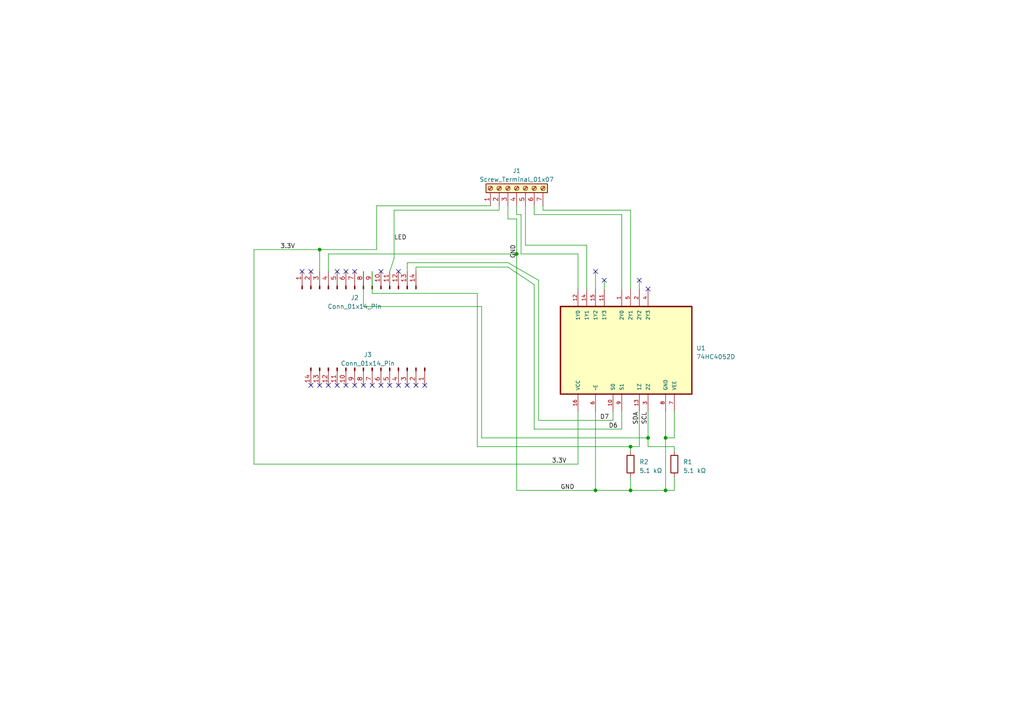
<source format=kicad_sch>
(kicad_sch (version 20230121) (generator eeschema)
  (paper "A4")
  (title_block (title "Turbidity Sensor PCB") (date "2023-06-28") (rev "7") (company "AU/AUD"))
  (lib_symbols
    (symbol "Conn_01x14_Pin_1" (pin_names (offset 1.016) hide)
      (property "Reference" "J2" (at -2.54 0 90))
      (property "Value" "Conn_01x14_Pin" (at -5.08 0 90))
      (symbol "Conn_01x14_Pin_1_1_1"
        (polyline (pts (xy 1.27 -17.78) (xy 0.8636 -17.78)) (stroke (width 0.1524)))
        (polyline (pts (xy 1.27 -15.24) (xy 0.8636 -15.24)) (stroke (width 0.1524)))
        (polyline (pts (xy 1.27 -12.7) (xy 0.8636 -12.7)) (stroke (width 0.1524)))
        (polyline (pts (xy 1.27 -10.16) (xy 0.8636 -10.16)) (stroke (width 0.1524)))
        (polyline (pts (xy 1.27 -7.62) (xy 0.8636 -7.62)) (stroke (width 0.1524)))
        (polyline (pts (xy 1.27 -5.08) (xy 0.8636 -5.08)) (stroke (width 0.1524)))
        (polyline (pts (xy 1.27 -2.54) (xy 0.8636 -2.54)) (stroke (width 0.1524)))
        (polyline (pts (xy 1.27 0) (xy 0.8636 0)) (stroke (width 0.1524)))
        (polyline (pts (xy 1.27 2.54) (xy 0.8636 2.54)) (stroke (width 0.1524)))
        (polyline (pts (xy 1.27 5.08) (xy 0.8636 5.08)) (stroke (width 0.1524)))
        (polyline (pts (xy 1.27 7.62) (xy 0.8636 7.62)) (stroke (width 0.1524)))
        (polyline (pts (xy 1.27 10.16) (xy 0.8636 10.16)) (stroke (width 0.1524)))
        (polyline (pts (xy 1.27 12.7) (xy 0.8636 12.7)) (stroke (width 0.1524)))
        (polyline (pts (xy 1.27 15.24) (xy 0.8636 15.24)) (stroke (width 0.1524)))
        (rectangle (start 0.8636 -17.653) (end 0 -17.907) (stroke (width 0.1524)) (fill (type outline)))
        (rectangle (start 0.8636 -15.113) (end 0 -15.367) (stroke (width 0.1524)) (fill (type outline)))
        (rectangle (start 0.8636 -12.573) (end 0 -12.827) (stroke (width 0.1524)) (fill (type outline)))
        (rectangle (start 0.8636 -10.033) (end 0 -10.287) (stroke (width 0.1524)) (fill (type outline)))
        (rectangle (start 0.8636 -7.493) (end 0 -7.747) (stroke (width 0.1524)) (fill (type outline)))
        (rectangle (start 0.8636 -4.953) (end 0 -5.207) (stroke (width 0.1524)) (fill (type outline)))
        (rectangle (start 0.8636 -2.413) (end 0 -2.667) (stroke (width 0.1524)) (fill (type outline)))
        (rectangle (start 0.8636 0.127) (end 0 -0.127) (stroke (width 0.1524)) (fill (type outline)))
        (rectangle (start 0.8636 2.667) (end 0 2.413) (stroke (width 0.1524)) (fill (type outline)))
        (rectangle (start 0.8636 5.207) (end 0 4.953) (stroke (width 0.1524)) (fill (type outline)))
        (rectangle (start 0.8636 7.747) (end 0 7.493) (stroke (width 0.1524)) (fill (type outline)))
        (rectangle (start 0.8636 10.287) (end 0 10.033) (stroke (width 0.1524)) (fill (type outline)))
        (rectangle (start 0.8636 12.827) (end 0 12.573) (stroke (width 0.1524)) (fill (type outline)))
        (rectangle (start 0.8636 15.367) (end 0 15.113) (stroke (width 0.1524)) (fill (type outline)))
        (pin passive line (at 5.08 15.24 180) (length 3.81) (name "Pin_1") (number "1"))
        (pin passive line (at 5.08 -7.62 180) (length 3.81) (name "Pin_10") (number "10"))
        (pin passive line (at 5.08 -10.16 180) (length 3.81) (name "Pin_11") (number "11"))
        (pin passive line (at 5.08 -12.7 180) (length 3.81) (name "Pin_12") (number "12"))
        (pin passive line (at 5.08 -15.24 180) (length 3.81) (name "Pin_13") (number "13"))
        (pin passive line (at 5.08 -17.78 180) (length 3.81) (name "Pin_14") (number "14"))
        (pin passive line (at 5.08 12.7 180) (length 3.81) (name "Pin_2") (number "2"))
        (pin power_out line (at 5.08 10.16 180) (length 3.81) (name "Pin_3") (number "3"))
        (pin passive line (at 5.08 7.62 180) (length 3.81) (name "Pin_4") (number "4"))
        (pin passive line (at 5.08 5.08 180) (length 3.81) (name "Pin_5") (number "5"))
        (pin passive line (at 5.08 2.54 180) (length 3.81) (name "Pin_6") (number "6"))
        (pin passive line (at 5.08 0 180) (length 3.81) (name "Pin_7") (number "7"))
        (pin passive line (at 5.08 -2.54 180) (length 3.81) (name "Pin_8") (number "8"))
        (pin passive line (at 5.08 -5.08 180) (length 3.81) (name "Pin_9") (number "9"))
      )
    )
    (symbol "Connector:Conn_01x14_Pin" (pin_names (offset 1.016) hide)
      (property "Reference" "J" (at 0 17.78 0))
      (property "Value" "Conn_01x14_Pin" (at 0 -20.32 0))
      (symbol "Conn_01x14_Pin_1_1"
        (polyline (pts (xy 1.27 -17.78) (xy 0.8636 -17.78)) (stroke (width 0.1524)))
        (polyline (pts (xy 1.27 -15.24) (xy 0.8636 -15.24)) (stroke (width 0.1524)))
        (polyline (pts (xy 1.27 -12.7) (xy 0.8636 -12.7)) (stroke (width 0.1524)))
        (polyline (pts (xy 1.27 -10.16) (xy 0.8636 -10.16)) (stroke (width 0.1524)))
        (polyline (pts (xy 1.27 -7.62) (xy 0.8636 -7.62)) (stroke (width 0.1524)))
        (polyline (pts (xy 1.27 -5.08) (xy 0.8636 -5.08)) (stroke (width 0.1524)))
        (polyline (pts (xy 1.27 -2.54) (xy 0.8636 -2.54)) (stroke (width 0.1524)))
        (polyline (pts (xy 1.27 0) (xy 0.8636 0)) (stroke (width 0.1524)))
        (polyline (pts (xy 1.27 2.54) (xy 0.8636 2.54)) (stroke (width 0.1524)))
        (polyline (pts (xy 1.27 5.08) (xy 0.8636 5.08)) (stroke (width 0.1524)))
        (polyline (pts (xy 1.27 7.62) (xy 0.8636 7.62)) (stroke (width 0.1524)))
        (polyline (pts (xy 1.27 10.16) (xy 0.8636 10.16)) (stroke (width 0.1524)))
        (polyline (pts (xy 1.27 12.7) (xy 0.8636 12.7)) (stroke (width 0.1524)))
        (polyline (pts (xy 1.27 15.24) (xy 0.8636 15.24)) (stroke (width 0.1524)))
        (rectangle (start 0.8636 -17.653) (end 0 -17.907) (stroke (width 0.1524)) (fill (type outline)))
        (rectangle (start 0.8636 -15.113) (end 0 -15.367) (stroke (width 0.1524)) (fill (type outline)))
        (rectangle (start 0.8636 -12.573) (end 0 -12.827) (stroke (width 0.1524)) (fill (type outline)))
        (rectangle (start 0.8636 -10.033) (end 0 -10.287) (stroke (width 0.1524)) (fill (type outline)))
        (rectangle (start 0.8636 -7.493) (end 0 -7.747) (stroke (width 0.1524)) (fill (type outline)))
        (rectangle (start 0.8636 -4.953) (end 0 -5.207) (stroke (width 0.1524)) (fill (type outline)))
        (rectangle (start 0.8636 -2.413) (end 0 -2.667) (stroke (width 0.1524)) (fill (type outline)))
        (rectangle (start 0.8636 0.127) (end 0 -0.127) (stroke (width 0.1524)) (fill (type outline)))
        (rectangle (start 0.8636 2.667) (end 0 2.413) (stroke (width 0.1524)) (fill (type outline)))
        (rectangle (start 0.8636 5.207) (end 0 4.953) (stroke (width 0.1524)) (fill (type outline)))
        (rectangle (start 0.8636 7.747) (end 0 7.493) (stroke (width 0.1524)) (fill (type outline)))
        (rectangle (start 0.8636 10.287) (end 0 10.033) (stroke (width 0.1524)) (fill (type outline)))
        (rectangle (start 0.8636 12.827) (end 0 12.573) (stroke (width 0.1524)) (fill (type outline)))
        (rectangle (start 0.8636 15.367) (end 0 15.113) (stroke (width 0.1524)) (fill (type outline)))
        (pin passive line (at 5.08 15.24 180) (length 3.81) (name "Pin_1") (number "1"))
        (pin passive line (at 5.08 -7.62 180) (length 3.81) (name "Pin_10") (number "10"))
        (pin passive line (at 5.08 -10.16 180) (length 3.81) (name "Pin_11") (number "11"))
        (pin passive line (at 5.08 -12.7 180) (length 3.81) (name "Pin_12") (number "12"))
        (pin passive line (at 5.08 -15.24 180) (length 3.81) (name "Pin_13") (number "13"))
        (pin passive line (at 5.08 -17.78 180) (length 3.81) (name "Pin_14") (number "14"))
        (pin passive line (at 5.08 12.7 180) (length 3.81) (name "Pin_2") (number "2"))
        (pin passive line (at 5.08 10.16 180) (length 3.81) (name "Pin_3") (number "3"))
        (pin passive line (at 5.08 7.62 180) (length 3.81) (name "Pin_4") (number "4"))
        (pin passive line (at 5.08 5.08 180) (length 3.81) (name "Pin_5") (number "5"))
        (pin passive line (at 5.08 2.54 180) (length 3.81) (name "Pin_6") (number "6"))
        (pin passive line (at 5.08 0 180) (length 3.81) (name "Pin_7") (number "7"))
        (pin passive line (at 5.08 -2.54 180) (length 3.81) (name "Pin_8") (number "8"))
        (pin passive line (at 5.08 -5.08 180) (length 3.81) (name "Pin_9") (number "9"))
      )
    )
    (symbol "Connector:Screw_Terminal_01x07" (pin_names (offset 1.016) hide)
      (property "Reference" "J" (at 0 10.16 0))
      (property "Value" "Screw_Terminal_01x07" (at 0 -10.16 0))
      (symbol "Screw_Terminal_01x07_1_1"
        (rectangle (start -1.27 8.89) (end 1.27 -8.89) (stroke (width 0.254)) (fill (type background)))
        (circle (center 0 -7.62) (radius 0.635) (stroke (width 0.1524)))
        (circle (center 0 -5.08) (radius 0.635) (stroke (width 0.1524)))
        (circle (center 0 -2.54) (radius 0.635) (stroke (width 0.1524)))
        (polyline (pts (xy -0.5334 -7.2898) (xy 0.3302 -8.128)) (stroke (width 0.1524)))
        (polyline (pts (xy -0.5334 -4.7498) (xy 0.3302 -5.588)) (stroke (width 0.1524)))
        (polyline (pts (xy -0.5334 -2.2098) (xy 0.3302 -3.048)) (stroke (width 0.1524)))
        (polyline (pts (xy -0.5334 0.3302) (xy 0.3302 -0.508)) (stroke (width 0.1524)))
        (polyline (pts (xy -0.5334 2.8702) (xy 0.3302 2.032)) (stroke (width 0.1524)))
        (polyline (pts (xy -0.5334 5.4102) (xy 0.3302 4.572)) (stroke (width 0.1524)))
        (polyline (pts (xy -0.5334 7.9502) (xy 0.3302 7.112)) (stroke (width 0.1524)))
        (polyline (pts (xy -0.3556 -7.112) (xy 0.508 -7.9502)) (stroke (width 0.1524)))
        (polyline (pts (xy -0.3556 -4.572) (xy 0.508 -5.4102)) (stroke (width 0.1524)))
        (polyline (pts (xy -0.3556 -2.032) (xy 0.508 -2.8702)) (stroke (width 0.1524)))
        (polyline (pts (xy -0.3556 0.508) (xy 0.508 -0.3302)) (stroke (width 0.1524)))
        (polyline (pts (xy -0.3556 3.048) (xy 0.508 2.2098)) (stroke (width 0.1524)))
        (polyline (pts (xy -0.3556 5.588) (xy 0.508 4.7498)) (stroke (width 0.1524)))
        (polyline (pts (xy -0.3556 8.128) (xy 0.508 7.2898)) (stroke (width 0.1524)))
        (circle (center 0 0) (radius 0.635) (stroke (width 0.1524)))
        (circle (center 0 2.54) (radius 0.635) (stroke (width 0.1524)))
        (circle (center 0 5.08) (radius 0.635) (stroke (width 0.1524)))
        (circle (center 0 7.62) (radius 0.635) (stroke (width 0.1524)))
        (pin passive line (at -5.08 7.62 0) (length 3.81) (name "Pin_1") (number "1"))
        (pin passive line (at -5.08 5.08 0) (length 3.81) (name "Pin_2") (number "2"))
        (pin passive line (at -5.08 2.54 0) (length 3.81) (name "Pin_3") (number "3"))
        (pin passive line (at -5.08 0 0) (length 3.81) (name "Pin_4") (number "4"))
        (pin passive line (at -5.08 -2.54 0) (length 3.81) (name "Pin_5") (number "5"))
        (pin passive line (at -5.08 -5.08 0) (length 3.81) (name "Pin_6") (number "6"))
        (pin passive line (at -5.08 -7.62 0) (length 3.81) (name "Pin_7") (number "7"))
      )
    )
    (symbol "Device:R" (pin_numbers hide) (pin_names (offset 0))
      (property "Reference" "R" (at 2.032 0 90))
      (property "Value" "R" (at 0 0 90))
      (symbol "R_0_1"
        (rectangle (start -1.016 -2.54) (end 1.016 2.54) (stroke (width 0.254)))
      )
      (symbol "R_1_1"
        (pin passive line (at 0 3.81 270) (length 1.27) (name "~") (number "1"))
        (pin passive line (at 0 -3.81 90) (length 1.27) (name "~") (number "2"))
      )
    )
    (symbol "ProjectSymbols:74HC4052D" (pin_names (offset 1.016))
      (property "Reference" "U" (at -4.8031 18.0944 0))
      (property "Value" "74HC4052D" (at -4.1929 -27.4701 0))
      (symbol "74HC4052D_0_0"
        (rectangle (start -12.7 -22.86) (end 12.7 15.24) (stroke (width 0.4064)) (fill (type background)))
        (pin bidirectional line (at 17.78 -2.54 180) (length 5.08) (name "2Y0") (number "1"))
        (pin input line (at -17.78 0 0) (length 5.08) (name "S0") (number "10"))
        (pin bidirectional line (at 17.78 2.54 180) (length 5.08) (name "1Y3") (number "11"))
        (pin bidirectional line (at 17.78 10.16 180) (length 5.08) (name "1Y0") (number "12"))
        (pin bidirectional line (at -17.78 -7.62 0) (length 5.08) (name "1Z") (number "13"))
        (pin bidirectional line (at 17.78 7.62 180) (length 5.08) (name "1Y1") (number "14"))
        (pin bidirectional line (at 17.78 5.08 180) (length 5.08) (name "1Y2") (number "15"))
        (pin power_in line (at -17.78 10.16 0) (length 5.08) (name "VCC") (number "16"))
        (pin bidirectional line (at 17.78 -7.62 180) (length 5.08) (name "2Y2") (number "2"))
        (pin bidirectional line (at -17.78 -10.16 0) (length 5.08) (name "2Z") (number "3"))
        (pin bidirectional line (at 17.78 -10.16 180) (length 5.08) (name "2Y3") (number "4"))
        (pin bidirectional line (at 17.78 -5.08 180) (length 5.08) (name "2Y1") (number "5"))
        (pin input line (at -17.78 5.08 0) (length 5.08) (name "~E") (number "6"))
        (pin passive line (at -17.78 -15.24 0) (length 5.08) (name "GND") (number "8"))
        (pin input line (at -17.78 -2.54 0) (length 5.08) (name "S1") (number "9"))
      )
      (symbol "74HC4052D_1_0"
        (pin input line (at -17.78 -17.78 0) (length 5.08) (name "VEE") (number "7"))
      )
    )
  )
  (junction (at 193.04 142.24))
  (junction (at 182.88 142.24))
  (junction (at 182.88 129.54))
  (junction (at 172.72 142.24))
  (junction (at 187.96 127))
  (junction (at 193.04 127))
  (junction (at 149.86 73.66))
  (junction (at 92.71 72.39))
  (no_connect (at 118.11 111.76))
  (no_connect (at 90.17 78.74))
  (no_connect (at 92.71 111.76))
  (no_connect (at 115.57 78.74))
  (no_connect (at 105.41 111.76))
  (no_connect (at 97.79 78.74))
  (no_connect (at 113.03 111.76))
  (no_connect (at 110.49 111.76))
  (no_connect (at 172.72 78.74))
  (no_connect (at 90.17 111.76))
  (no_connect (at 175.26 81.28))
  (no_connect (at 102.87 78.74))
  (no_connect (at 95.25 111.76))
  (no_connect (at 97.79 111.76))
  (no_connect (at 100.33 111.76))
  (no_connect (at 120.65 111.76))
  (no_connect (at 87.63 78.74))
  (no_connect (at 100.33 78.74))
  (no_connect (at 187.96 83.82))
  (no_connect (at 115.57 111.76))
  (no_connect (at 185.42 81.28))
  (no_connect (at 110.49 78.74))
  (no_connect (at 107.95 111.76))
  (no_connect (at 123.19 111.76))
  (no_connect (at 102.87 111.76))
  (wire (pts (xy 182.88 60.96) (xy 182.88 83.82)))
  (wire (pts (xy 149.86 63.5) (xy 147.32 63.5)))
  (wire (pts (xy 109.22 59.69) (xy 142.24 59.69)))
  (wire (pts (xy 152.4 71.12) (xy 152.4 59.69)))
  (wire (pts (xy 114.3 74.93) (xy 113.03 78.74)))
  (wire (pts (xy 182.88 142.24) (xy 193.04 142.24)))
  (wire (pts (xy 177.8 119.38) (xy 177.8 121.92)))
  (wire (pts (xy 73.66 134.62) (xy 167.64 134.62)))
  (wire (pts (xy 195.58 127) (xy 193.04 127)))
  (wire (pts (xy 92.71 72.39) (xy 109.22 72.39)))
  (wire (pts (xy 180.34 62.23) (xy 154.94 62.23)))
  (wire (pts (xy 114.3 74.93) (xy 114.3 60.96)))
  (wire (pts (xy 172.72 142.24) (xy 182.88 142.24)))
  (wire (pts (xy 180.34 124.46) (xy 154.94 124.46)))
  (wire (pts (xy 147.32 63.5) (xy 147.32 59.69)))
  (wire (pts (xy 187.96 119.38) (xy 187.96 127)))
  (wire (pts (xy 172.72 119.38) (xy 172.72 142.24)))
  (wire (pts (xy 172.72 78.74) (xy 172.72 83.82)))
  (wire (pts (xy 185.42 81.28) (xy 185.42 83.82)))
  (wire (pts (xy 177.8 121.92) (xy 156.21 121.92)))
  (wire (pts (xy 118.11 76.2) (xy 118.11 78.74)))
  (wire (pts (xy 92.71 78.74) (xy 92.71 72.39)))
  (wire (pts (xy 193.04 142.24) (xy 195.58 142.24)))
  (wire (pts (xy 193.04 127) (xy 193.04 142.24)))
  (wire (pts (xy 157.48 60.96) (xy 157.48 59.69)))
  (wire (pts (xy 195.58 129.54) (xy 195.58 130.81)))
  (wire (pts (xy 170.18 83.82) (xy 170.18 71.12)))
  (wire (pts (xy 73.66 72.39) (xy 92.71 72.39)))
  (wire (pts (xy 187.96 127) (xy 187.96 129.54)))
  (wire (pts (xy 182.88 129.54) (xy 182.88 130.81)))
  (wire (pts (xy 154.94 124.46) (xy 154.94 82.55)))
  (wire (pts (xy 139.7 127) (xy 187.96 127)))
  (wire (pts (xy 154.94 82.55) (xy 147.32 77.47)))
  (wire (pts (xy 151.13 73.66) (xy 167.64 73.66)))
  (wire (pts (xy 149.86 142.24) (xy 172.72 142.24)))
  (wire (pts (xy 105.41 88.9) (xy 139.7 88.9)))
  (wire (pts (xy 156.21 121.92) (xy 156.21 81.28)))
  (wire (pts (xy 195.58 138.43) (xy 195.58 142.24)))
  (wire (pts (xy 138.43 129.54) (xy 182.88 129.54)))
  (wire (pts (xy 180.34 119.38) (xy 180.34 124.46)))
  (wire (pts (xy 180.34 62.23) (xy 180.34 83.82)))
  (wire (pts (xy 167.64 83.82) (xy 167.64 73.66)))
  (wire (pts (xy 114.3 60.96) (xy 144.78 60.96)))
  (wire (pts (xy 144.78 60.96) (xy 144.78 59.69)))
  (wire (pts (xy 95.25 78.74) (xy 95.25 73.66)))
  (wire (pts (xy 182.88 138.43) (xy 182.88 142.24)))
  (wire (pts (xy 139.7 127) (xy 139.7 88.9)))
  (wire (pts (xy 73.66 72.39) (xy 73.66 134.62)))
  (wire (pts (xy 109.22 59.69) (xy 109.22 72.39)))
  (wire (pts (xy 107.95 85.09) (xy 107.95 78.74)))
  (wire (pts (xy 156.21 81.28) (xy 147.32 76.2)))
  (wire (pts (xy 185.42 129.54) (xy 182.88 129.54)))
  (wire (pts (xy 182.88 60.96) (xy 157.48 60.96)))
  (wire (pts (xy 138.43 129.54) (xy 138.43 85.09)))
  (wire (pts (xy 149.86 62.23) (xy 149.86 59.69)))
  (wire (pts (xy 167.64 134.62) (xy 167.64 119.38)))
  (wire (pts (xy 149.86 73.66) (xy 149.86 142.24)))
  (wire (pts (xy 151.13 73.66) (xy 151.13 62.23)))
  (wire (pts (xy 195.58 119.38) (xy 195.58 127)))
  (wire (pts (xy 193.04 119.38) (xy 193.04 127)))
  (wire (pts (xy 95.25 73.66) (xy 149.86 73.66)))
  (wire (pts (xy 185.42 119.38) (xy 185.42 129.54)))
  (wire (pts (xy 151.13 62.23) (xy 149.86 62.23)))
  (wire (pts (xy 154.94 62.23) (xy 154.94 59.69)))
  (wire (pts (xy 149.86 63.5) (xy 149.86 73.66)))
  (wire (pts (xy 105.41 78.74) (xy 105.41 88.9)))
  (wire (pts (xy 187.96 129.54) (xy 195.58 129.54)))
  (wire (pts (xy 147.32 76.2) (xy 118.11 76.2)))
  (wire (pts (xy 138.43 85.09) (xy 107.95 85.09)))
  (wire (pts (xy 152.4 71.12) (xy 170.18 71.12)))
  (wire (pts (xy 175.26 81.28) (xy 175.26 83.82)))
  (wire (pts (xy 120.65 77.47) (xy 120.65 78.74)))
  (wire (pts (xy 147.32 77.47) (xy 120.65 77.47)))
  (label "SCL" (at 187.96 119.38 270))
  (label "3.3V" (at 160.02 134.62 0))
  (label "LED" (at 114.3 69.85 0))
  (label "D7" (at 173.99 121.92 0))
  (label "GND" (at 162.56 142.24 0))
  (label "3.3V" (at 81.28 72.39 0))
  (label "D6" (at 176.53 124.46 0))
  (label "GND" (at 149.86 74.93 90))
  (label "SDA" (at 185.42 119.38 270))
  (symbol (lib_id "Device:R") (at 182.88 134.62 0) (unit 1)
    (property "Reference" "R2" (at 185.42 133.985 0) (effects (justify left)))
    (property "Value" "5.1 kΩ" (at 185.42 136.525 0) (effects (justify left)))
    (property "Footprint" "Resistor_SMD:R_0805_2012Metric_Pad1.20x1.40mm_HandSolder" (effects hide))
  )
  (symbol (lib_name "Conn_01x14_Pin_1") (lib_id "Connector:Conn_01x14_Pin") (at 102.87 83.82 90) (unit 1)
    (property "Reference" "J2" (at 102.87 86.36 90))
    (property "Value" "Conn_01x14_Pin" (at 102.87 88.9 90))
    (property "Footprint" "Connector_PinSocket_2.54mm:PinSocket_1x14_P2.54mm_Vertical" (effects hide))
  )
  (symbol (lib_id "Device:R") (at 195.58 134.62 0) (unit 1)
    (property "Reference" "R1" (at 198.12 133.985 0) (effects (justify left)))
    (property "Value" "5.1 kΩ" (at 198.12 136.525 0) (effects (justify left)))
    (property "Footprint" "Resistor_SMD:R_0805_2012Metric_Pad1.20x1.40mm_HandSolder" (effects hide))
  )
  (symbol (lib_id "Connector:Screw_Terminal_01x07") (at 149.86 54.61 90) (unit 1)
    (property "Reference" "J1" (at 149.86 49.53 90))
    (property "Value" "Screw_Terminal_01x07" (at 149.86 52.07 90))
    (property "Footprint" "TerminalBlock_4Ucon:TerminalBlock_4Ucon_1x07_P3.50mm_Vertical" (effects hide))
  )
  (symbol (lib_id "ProjectSymbols:74HC4052D") (at 177.8 101.6 90) (unit 1)
    (property "Reference" "U1" (at 201.93 100.965 90) (effects (justify right)))
    (property "Value" "74HC4052D" (at 201.93 103.505 90) (effects (justify right)))
    (property "Footprint" "Project:74HC4052D" (effects hide))
    (property "MPN" "74HC4052D" (effects hide))
    (property "SUPPLIER" "NXP" (effects hide))
    (property "OC_NEWARK" "-" (effects hide))
    (property "OC_FARNELL" "1201328" (effects hide))
    (property "PACKAGE" "SOIC-16" (effects hide))
  )
  (symbol (lib_id "Connector:Conn_01x14_Pin") (at 107.95 106.68 270) (unit 1)
    (property "Reference" "J3" (at 106.68 102.87 90))
    (property "Value" "Conn_01x14_Pin" (at 106.68 105.41 90))
    (property "Footprint" "Connector_PinSocket_2.54mm:PinSocket_1x14_P2.54mm_Vertical" (effects hide))
  )
)
</source>
